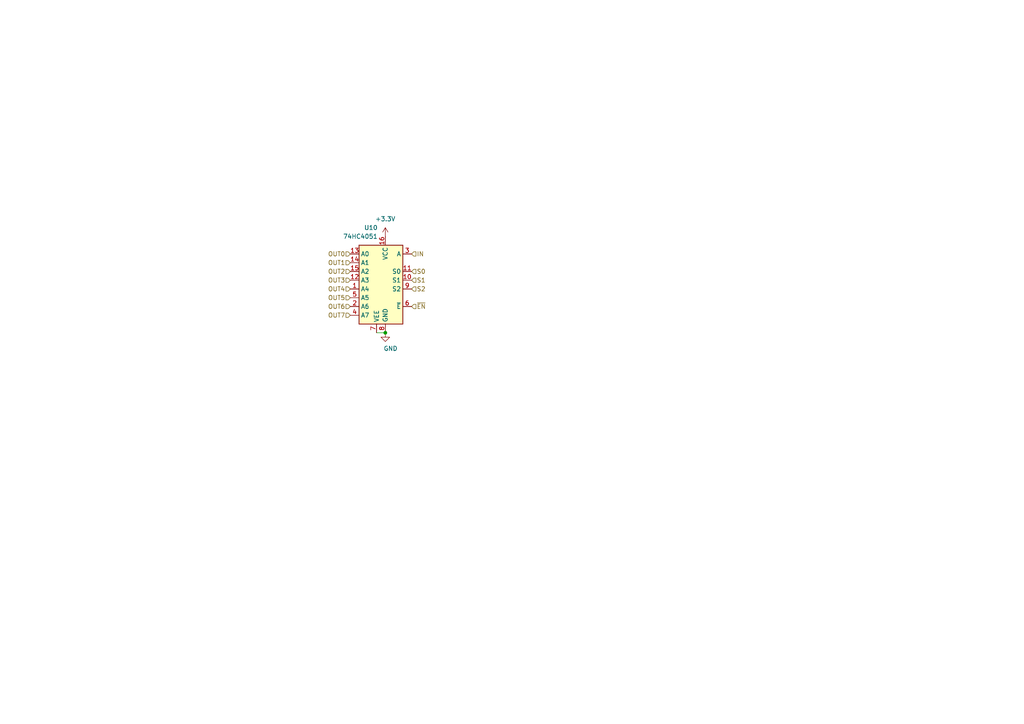
<source format=kicad_sch>
(kicad_sch (version 20231120) (generator "eeschema") (generator_version "8.0")
  (paper "A4")
  (lib_symbols
    (symbol "74xx:74HC4051"
      (property "Reference" "U" (at -5.08 11.43 0))
      (property "Value" "74HC4051" (at -7.62 -13.97 0))
      (symbol "74HC4051_0_1"
        (rectangle (start -5.08 10.16) (end 7.62 -12.7) (stroke (width 0.254)) (fill (type background)))
      )
      (symbol "74HC4051_1_1"
        (pin passive line (at 10.16 -2.54 180) (length 2.54) (name "A4") (number "1"))
        (pin input line (at -7.62 0 0) (length 2.54) (name "S1") (number "10"))
        (pin input line (at -7.62 2.54 0) (length 2.54) (name "S0") (number "11"))
        (pin passive line (at 10.16 0 180) (length 2.54) (name "A3") (number "12"))
        (pin passive line (at 10.16 7.62 180) (length 2.54) (name "A0") (number "13"))
        (pin passive line (at 10.16 5.08 180) (length 2.54) (name "A1") (number "14"))
        (pin passive line (at 10.16 2.54 180) (length 2.54) (name "A2") (number "15"))
        (pin power_in line (at 0 12.7 270) (length 2.54) (name "VCC") (number "16"))
        (pin passive line (at 10.16 -7.62 180) (length 2.54) (name "A6") (number "2"))
        (pin passive line (at -7.62 7.62 0) (length 2.54) (name "A") (number "3"))
        (pin passive line (at 10.16 -10.16 180) (length 2.54) (name "A7") (number "4"))
        (pin passive line (at 10.16 -5.08 180) (length 2.54) (name "A5") (number "5"))
        (pin input line (at -7.62 -7.62 0) (length 2.54) (name "~{E}") (number "6"))
        (pin power_in line (at 2.54 -15.24 90) (length 2.54) (name "VEE") (number "7"))
        (pin power_in line (at 0 -15.24 90) (length 2.54) (name "GND") (number "8"))
        (pin input line (at -7.62 -2.54 0) (length 2.54) (name "S2") (number "9"))
      )
    )
    (symbol "power:+3.3V" (power) (pin_numbers hide) (pin_names (offset 0) hide)
      (property "Value" "+3.3V" (at 0 3.556 0))
      (symbol "+3.3V_0_1"
        (polyline (pts (xy -0.762 1.27) (xy 0 2.54)))
        (polyline (pts (xy 0 0) (xy 0 2.54)))
        (polyline (pts (xy 0 2.54) (xy 0.762 1.27)))
      )
      (symbol "+3.3V_1_1"
        (pin power_in line (at 0 0 90) (length 0) (name "~") (number "1"))
      )
    )
    (symbol "power:GND" (power) (pin_numbers hide) (pin_names (offset 0) hide)
      (property "Value" "GND" (at 0 -3.81 0))
      (symbol "GND_0_1"
        (polyline (pts (xy 0 0) (xy 0 -1.27) (xy 1.27 -1.27) (xy 0 -2.54) (xy -1.27 -1.27) (xy 0 -1.27)))
      )
      (symbol "GND_1_1"
        (pin power_in line (at 0 0 270) (length 0) (name "~") (number "1"))
      )
    )
  )
  (junction (at 111.76 96.52))
  (wire (pts (xy 109.22 96.52) (xy 111.76 96.52)))
  (hierarchical_label "S2" (shape input) (at 119.38 83.82 0))
  (hierarchical_label "OUT4" (shape input) (at 101.6 83.82 180))
  (hierarchical_label "IN" (shape input) (at 119.38 73.66 0))
  (hierarchical_label "OUT6" (shape input) (at 101.6 88.9 180))
  (hierarchical_label "OUT1" (shape input) (at 101.6 76.2 180))
  (hierarchical_label "OUT5" (shape input) (at 101.6 86.36 180))
  (hierarchical_label "~{EN}" (shape input) (at 119.38 88.9 0))
  (hierarchical_label "OUT7" (shape input) (at 101.6 91.44 180))
  (hierarchical_label "OUT3" (shape input) (at 101.6 81.28 180))
  (hierarchical_label "S1" (shape input) (at 119.38 81.28 0))
  (hierarchical_label "OUT2" (shape input) (at 101.6 78.74 180))
  (hierarchical_label "OUT0" (shape input) (at 101.6 73.66 180))
  (hierarchical_label "S0" (shape input) (at 119.38 78.74 0))
  (symbol (lib_id "power:GND") (at 111.76 96.52 0) (unit 1)
    (property "Reference" "#PWR087" (effects (hide yes)))
    (property "Value" "GND" (at 113.284 101.092 0))
    (property "Description" "Power symbol creates a global label with name \"GND\" , ground" (effects (hide yes)))
    (instances (project "PiPortable" (path "" (reference "#PWR087") (unit 1)) (path "" (reference "#PWR089") (unit 1)) (path "" (reference "#PWR085") (unit 1)) (path "" (reference "#PWR081") (unit 1)) (path "" (reference "#PWR083") (unit 1)) (path "" (reference "#PWR092") (unit 1))))
  )
  (symbol (lib_id "74xx:74HC4051") (at 111.76 81.28 0) (mirror y) (unit 1)
    (property "Reference" "U10" (at 109.5659 66.04 0) (effects (justify left)))
    (property "Value" "74HC4051" (at 109.5659 68.58 0) (effects (justify left)))
    (property "Footprint" "Package_SO:TSSOP-16_4.4x5mm_P0.65mm" (effects (hide yes)))
    (property "Datasheet" "http://www.ti.com/lit/ds/symlink/cd74hc4051.pdf" (effects (hide yes)))
    (property "Description" "8-channel analog multiplexer/demultiplexer, DIP-16/SOIC-16/TSSOP-16" (effects (hide yes)))
    (instances (project "" (path "" (reference "U10") (unit 1)) (path "" (reference "U11") (unit 1)) (path "" (reference "U9") (unit 1)) (path "" (reference "U7") (unit 1)) (path "" (reference "U8") (unit 1)) (path "" (reference "U13") (unit 1))))
  )
  (symbol (lib_id "power:+3.3V") (at 111.76 68.58 0) (mirror y) (unit 1)
    (property "Reference" "#PWR086" (effects (hide yes)))
    (property "Value" "+3.3V" (at 111.76 63.5 0))
    (property "Description" "Power symbol creates a global label with name \"+3.3V\"" (effects (hide yes)))
    (instances (project "PiPortable" (path "" (reference "#PWR086") (unit 1)) (path "" (reference "#PWR088") (unit 1)) (path "" (reference "#PWR084") (unit 1)) (path "" (reference "#PWR080") (unit 1)) (path "" (reference "#PWR082") (unit 1)) (path "" (reference "#PWR091") (unit 1))))
  )
)
</source>
